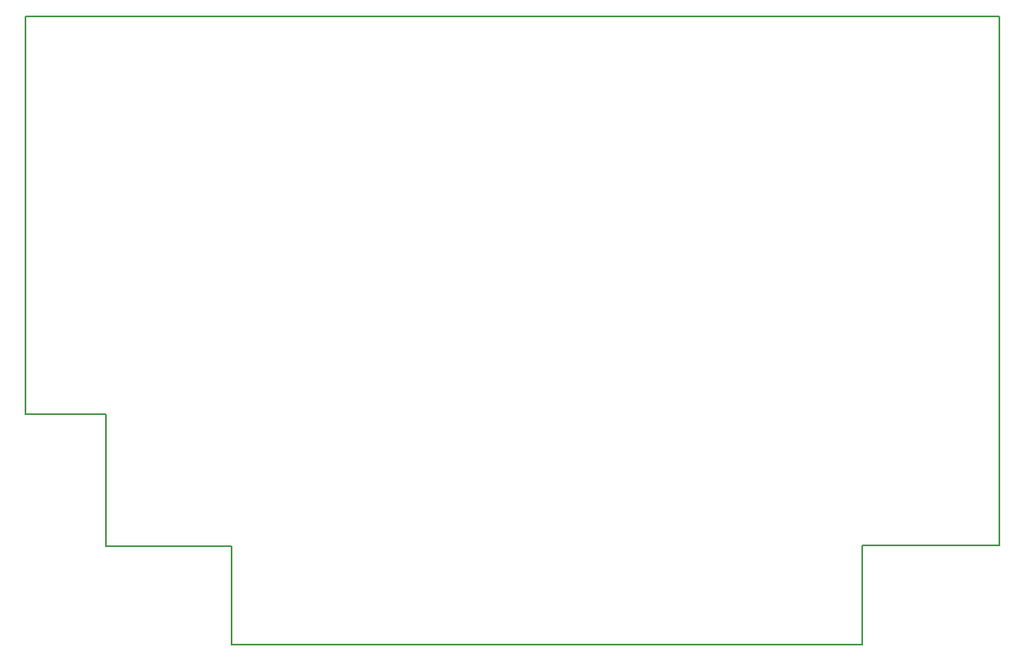
<source format=gko>
G04*
G04  File:            SD-MAPPER-FINAL_VERSION.GML, Wed Oct 15 21:18:23 2014*
G04  Source:          P-CAD 2002 PCB (6/400) TRIAL VERSION - 1 days left, Version 17.01.22, (E:\Eletro\PCAD-PCI\SD-Mapper\SD-Mapper-final_version.PCB)*
G04  Format:          Gerber Format (RS-274-D), ASCII*
G04*
G04  Format Options:  Absolute Positioning*
G04                   Leading-Zero Suppression*
G04                   Scale Factor 1:1*
G04                   NO Circular Interpolation*
G04                   Inch Units*
G04                   Numeric Format: 4.4 (XXXX.XXXX)*
G04                   G54 NOT Used for Aperture Change*
G04                   Apertures Embedded*
G04*
G04  File Options:    Offset = (0.0mil,0.0mil)*
G04                   Drill Symbol Size = 80.0mil*
G04                   No Pad/Via Holes*
G04*
G04  File Contents:   No Pads*
G04                   No Vias*
G04                   No Designators*
G04                   No Types*
G04                   No Values*
G04                   No Drill Symbols*
G04                   Board*
G04*
%INSD-MAPPER-FINAL_VERSION.GML*%
%ICAS*%
%MOIN*%
G04*
G04  Aperture MACROs for general use --- invoked via D-code assignment *
G04*
G04  General MACRO for flashed round with rotation and/or offset hole *
%AMROTOFFROUND*
1,1,$1,0.0000,0.0000*
1,0,$2,$3,$4*%
G04*
G04  General MACRO for flashed oval (obround) with rotation and/or offset hole *
%AMROTOFFOVAL*
21,1,$1,$2,0.0000,0.0000,$3*
1,1,$4,$5,$6*
1,1,$4,0-$5,0-$6*
1,0,$7,$8,$9*%
G04*
G04  General MACRO for flashed oval (obround) with rotation and no hole *
%AMROTOVALNOHOLE*
21,1,$1,$2,0.0000,0.0000,$3*
1,1,$4,$5,$6*
1,1,$4,0-$5,0-$6*%
G04*
G04  General MACRO for flashed rectangle with rotation and/or offset hole *
%AMROTOFFRECT*
21,1,$1,$2,0.0000,0.0000,$3*
1,0,$4,$5,$6*%
G04*
G04  General MACRO for flashed rectangle with rotation and no hole *
%AMROTRECTNOHOLE*
21,1,$1,$2,0.0000,0.0000,$3*%
G04*
G04  General MACRO for flashed rounded-rectangle *
%AMROUNDRECT*
21,1,$1,$2-$4,0.0000,0.0000,$3*
21,1,$1-$4,$2,0.0000,0.0000,$3*
1,1,$4,$5,$6*
1,1,$4,$7,$8*
1,1,$4,0-$5,0-$6*
1,1,$4,0-$7,0-$8*
1,0,$9,$10,$11*%
G04*
G04  General MACRO for flashed rounded-rectangle with rotation and no hole *
%AMROUNDRECTNOHOLE*
21,1,$1,$2-$4,0.0000,0.0000,$3*
21,1,$1-$4,$2,0.0000,0.0000,$3*
1,1,$4,$5,$6*
1,1,$4,$7,$8*
1,1,$4,0-$5,0-$6*
1,1,$4,0-$7,0-$8*%
G04*
G04  General MACRO for flashed regular polygon *
%AMREGPOLY*
5,1,$1,0.0000,0.0000,$2,$3+$4*
1,0,$5,$6,$7*%
G04*
G04  General MACRO for flashed regular polygon with no hole *
%AMREGPOLYNOHOLE*
5,1,$1,0.0000,0.0000,$2,$3+$4*%
G04*
G04  General MACRO for target *
%AMTARGET*
6,0,0,$1,$2,$3,4,$4,$5,$6*%
G04*
G04  General MACRO for mounting hole *
%AMMTHOLE*
1,1,$1,0,0*
1,0,$2,0,0*
$1=$1-$2*
$1=$1/2*
21,1,$2+$1,$3,0,0,$4*
21,1,$3,$2+$1,0,0,$4*%
G04*
G04*
G04  D10 : "Ellipse X10.0mil Y10.0mil H0.0mil 0.0deg (0.0mil,0.0mil) Draw"*
G04  Disc: OuterDia=0.0100*
%ADD10C, 0.0100*%
G04  D11 : "Ellipse X12.0mil Y12.0mil H0.0mil 0.0deg (0.0mil,0.0mil) Draw"*
G04  Disc: OuterDia=0.0120*
%ADD11C, 0.0120*%
G04  D12 : "Ellipse X14.0mil Y14.0mil H0.0mil 0.0deg (0.0mil,0.0mil) Draw"*
G04  Disc: OuterDia=0.0140*
%ADD12C, 0.0140*%
G04  D13 : "Ellipse X15.0mil Y15.0mil H0.0mil 0.0deg (0.0mil,0.0mil) Draw"*
G04  Disc: OuterDia=0.0150*
%ADD13C, 0.0150*%
G04  D14 : "Ellipse X17.0mil Y17.0mil H0.0mil 0.0deg (0.0mil,0.0mil) Draw"*
G04  Disc: OuterDia=0.0170*
%ADD14C, 0.0170*%
G04  D15 : "Ellipse X18.0mil Y18.0mil H0.0mil 0.0deg (0.0mil,0.0mil) Draw"*
G04  Disc: OuterDia=0.0180*
%ADD15C, 0.0180*%
G04  D16 : "Ellipse X2.0mil Y2.0mil H0.0mil 0.0deg (0.0mil,0.0mil) Draw"*
G04  Disc: OuterDia=0.0020*
%ADD16C, 0.0020*%
G04  D17 : "Ellipse X20.0mil Y20.0mil H0.0mil 0.0deg (0.0mil,0.0mil) Draw"*
G04  Disc: OuterDia=0.0200*
%ADD17C, 0.0200*%
G04  D18 : "Ellipse X22.0mil Y22.0mil H0.0mil 0.0deg (0.0mil,0.0mil) Draw"*
G04  Disc: OuterDia=0.0220*
%ADD18C, 0.0220*%
G04  D19 : "Ellipse X24.0mil Y24.0mil H0.0mil 0.0deg (0.0mil,0.0mil) Draw"*
G04  Disc: OuterDia=0.0240*
%ADD19C, 0.0240*%
G04  D20 : "Ellipse X26.0mil Y26.0mil H0.0mil 0.0deg (0.0mil,0.0mil) Draw"*
G04  Disc: OuterDia=0.0260*
%ADD20C, 0.0260*%
G04  D21 : "Ellipse X34.0mil Y34.0mil H0.0mil 0.0deg (0.0mil,0.0mil) Draw"*
G04  Disc: OuterDia=0.0340*
%ADD21C, 0.0340*%
G04  D22 : "Ellipse X35.0mil Y35.0mil H0.0mil 0.0deg (0.0mil,0.0mil) Draw"*
G04  Disc: OuterDia=0.0350*
%ADD22C, 0.0350*%
G04  D23 : "Ellipse X40.0mil Y40.0mil H0.0mil 0.0deg (0.0mil,0.0mil) Draw"*
G04  Disc: OuterDia=0.0400*
%ADD23C, 0.0400*%
G04  D24 : "Ellipse X45.0mil Y45.0mil H0.0mil 0.0deg (0.0mil,0.0mil) Draw"*
G04  Disc: OuterDia=0.0450*
%ADD24C, 0.0450*%
G04  D25 : "Ellipse X8.0mil Y8.0mil H0.0mil 0.0deg (0.0mil,0.0mil) Draw"*
G04  Disc: OuterDia=0.0080*
%ADD25C, 0.0080*%
G04  D26 : "Ellipse X285.0mil Y285.0mil H0.0mil 0.0deg (0.0mil,0.0mil) Flash"*
G04  Disc: OuterDia=0.2850*
%ADD26C, 0.2850*%
G04  D27 : "Ellipse X59.0mil Y59.0mil H0.0mil 0.0deg (0.0mil,0.0mil) Flash"*
G04  Disc: OuterDia=0.0590*
%ADD27C, 0.0590*%
G04  D28 : "Ellipse X64.0mil Y64.0mil H0.0mil 0.0deg (0.0mil,0.0mil) Flash"*
G04  Disc: OuterDia=0.0640*
%ADD28C, 0.0640*%
G04  D29 : "Ellipse X68.0mil Y68.0mil H0.0mil 0.0deg (0.0mil,0.0mil) Flash"*
G04  Disc: OuterDia=0.0680*
%ADD29C, 0.0680*%
G04  D30 : "Ellipse X79.0mil Y79.0mil H0.0mil 0.0deg (0.0mil,0.0mil) Flash"*
G04  Disc: OuterDia=0.0790*
%ADD30C, 0.0790*%
G04  D31 : "Ellipse X83.0mil Y83.0mil H0.0mil 0.0deg (0.0mil,0.0mil) Flash"*
G04  Disc: OuterDia=0.0830*
%ADD31C, 0.0830*%
G04  D32 : "Mounting Hole X270.0mil Y270.0mil H0.0mil 0.0deg (0.0mil,0.0mil) Flash"*
G04  Mounting Hole: Diameter=0.2700, Rotation=0.0, LineWidth=0.0050 *
%ADD32MTHOLE, 0.2700 X0.2500 X0.0050 X0.0*%
G04  D33 : "Mounting Hole X44.0mil Y44.0mil H0.0mil 0.0deg (0.0mil,0.0mil) Flash"*
G04  Mounting Hole: Diameter=0.0440, Rotation=0.0, LineWidth=0.0050 *
%ADD33MTHOLE, 0.0440 X0.0240 X0.0050 X0.0*%
G04  D34 : "Mounting Hole X64.0mil Y64.0mil H0.0mil 0.0deg (0.0mil,0.0mil) Flash"*
G04  Mounting Hole: Diameter=0.0640, Rotation=0.0, LineWidth=0.0050 *
%ADD34MTHOLE, 0.0640 X0.0440 X0.0050 X0.0*%
G04  D35 : "Rounded Rectangle X196.9mil Y60.0mil H0.0mil 0.0deg (0.0mil,0.0mil) Flash"*
G04  RoundRct: DimX=0.1969, DimY=0.0600, CornerRad=0.0150, Rotation=0.0, OffsetX=0.0000, OffsetY=0.0000, HoleDia=0.0000 *
%ADD35ROUNDRECTNOHOLE, 0.1969 X0.0600 X0.0 X0.0300 X-0.0834 X-0.0150 X-0.0834 X0.0150*%
G04  D36 : "Rounded Rectangle X60.0mil Y350.0mil H0.0mil 0.0deg (0.0mil,0.0mil) Flash"*
G04  RoundRct: DimX=0.0600, DimY=0.3500, CornerRad=0.0150, Rotation=0.0, OffsetX=0.0000, OffsetY=0.0000, HoleDia=0.0000 *
%ADD36ROUNDRECTNOHOLE, 0.0600 X0.3500 X0.0 X0.0300 X-0.0150 X-0.1600 X-0.0150 X0.1600*%
G04  D37 : "Rounded Rectangle X60.0mil Y380.0mil H0.0mil 0.0deg (0.0mil,0.0mil) Flash"*
G04  RoundRct: DimX=0.0600, DimY=0.3800, CornerRad=0.0150, Rotation=0.0, OffsetX=0.0000, OffsetY=0.0000, HoleDia=0.0000 *
%ADD37ROUNDRECTNOHOLE, 0.0600 X0.3800 X0.0 X0.0300 X-0.0150 X-0.1750 X-0.0150 X0.1750*%
G04  D38 : "Rounded Rectangle X64.0mil Y64.0mil H0.0mil 0.0deg (0.0mil,0.0mil) Flash"*
G04  RoundRct: DimX=0.0640, DimY=0.0640, CornerRad=0.0160, Rotation=0.0, OffsetX=0.0000, OffsetY=0.0000, HoleDia=0.0000 *
%ADD38ROUNDRECTNOHOLE, 0.0640 X0.0640 X0.0 X0.0320 X-0.0160 X-0.0160 X-0.0160 X0.0160*%
G04  D39 : "Rounded Rectangle X211.9mil Y75.0mil H0.0mil 0.0deg (0.0mil,0.0mil) Flash"*
G04  RoundRct: DimX=0.2119, DimY=0.0750, CornerRad=0.0187, Rotation=0.0, OffsetX=0.0000, OffsetY=0.0000, HoleDia=0.0000 *
%ADD39ROUNDRECTNOHOLE, 0.2119 X0.0750 X0.0 X0.0375 X-0.0872 X-0.0187 X-0.0872 X0.0187*%
G04  D40 : "Rounded Rectangle X75.0mil Y365.0mil H0.0mil 0.0deg (0.0mil,0.0mil) Flash"*
G04  RoundRct: DimX=0.0750, DimY=0.3650, CornerRad=0.0187, Rotation=0.0, OffsetX=0.0000, OffsetY=0.0000, HoleDia=0.0000 *
%ADD40ROUNDRECTNOHOLE, 0.0750 X0.3650 X0.0 X0.0375 X-0.0187 X-0.1638 X-0.0187 X0.1638*%
G04  D41 : "Rounded Rectangle X75.0mil Y395.0mil H0.0mil 0.0deg (0.0mil,0.0mil) Flash"*
G04  RoundRct: DimX=0.0750, DimY=0.3950, CornerRad=0.0187, Rotation=0.0, OffsetX=0.0000, OffsetY=0.0000, HoleDia=0.0000 *
%ADD41ROUNDRECTNOHOLE, 0.0750 X0.3950 X0.0 X0.0375 X-0.0187 X-0.1788 X-0.0187 X0.1788*%
G04  D42 : "Rounded Rectangle X78.0mil Y78.0mil H0.0mil 0.0deg (0.0mil,0.0mil) Flash"*
G04  RoundRct: DimX=0.0780, DimY=0.0780, CornerRad=0.0195, Rotation=0.0, OffsetX=0.0000, OffsetY=0.0000, HoleDia=0.0000 *
%ADD42ROUNDRECTNOHOLE, 0.0780 X0.0780 X0.0 X0.0390 X-0.0195 X-0.0195 X-0.0195 X0.0195*%
G04  D43 : "Rounded Rectangle X79.0mil Y79.0mil H0.0mil 0.0deg (0.0mil,0.0mil) Flash"*
G04  RoundRct: DimX=0.0790, DimY=0.0790, CornerRad=0.0198, Rotation=0.0, OffsetX=0.0000, OffsetY=0.0000, HoleDia=0.0000 *
%ADD43ROUNDRECTNOHOLE, 0.0790 X0.0790 X0.0 X0.0395 X-0.0198 X-0.0198 X-0.0198 X0.0198*%
G04  D44 : "Rounded Rectangle X93.0mil Y93.0mil H0.0mil 0.0deg (0.0mil,0.0mil) Flash"*
G04  RoundRct: DimX=0.0930, DimY=0.0930, CornerRad=0.0233, Rotation=0.0, OffsetX=0.0000, OffsetY=0.0000, HoleDia=0.0000 *
%ADD44ROUNDRECTNOHOLE, 0.0930 X0.0930 X0.0 X0.0465 X-0.0233 X-0.0233 X-0.0233 X0.0233*%
G04  D45 : "Rectangle X11.8mil Y63.0mil H0.0mil 0.0deg (0.0mil,0.0mil) Flash"*
G04  Rectangular: DimX=0.0118, DimY=0.0630, Rotation=0.0, OffsetX=0.0000, OffsetY=0.0000, HoleDia=0.0000 *
%ADD45R, 0.0118 X0.0630*%
G04  D46 : "Rectangle X63.0mil Y11.8mil H0.0mil 0.0deg (0.0mil,0.0mil) Flash"*
G04  Rectangular: DimX=0.0630, DimY=0.0118, Rotation=0.0, OffsetX=0.0000, OffsetY=0.0000, HoleDia=0.0000 *
%ADD46R, 0.0630 X0.0118*%
G04  D47 : "Rectangle X141.7mil Y86.6mil H0.0mil 0.0deg (0.0mil,0.0mil) Flash"*
G04  Rectangular: DimX=0.1417, DimY=0.0866, Rotation=0.0, OffsetX=0.0000, OffsetY=0.0000, HoleDia=0.0000 *
%ADD47R, 0.1417 X0.0866*%
G04  D48 : "Rectangle X156.7mil Y101.6mil H0.0mil 0.0deg (0.0mil,0.0mil) Flash"*
G04  Rectangular: DimX=0.1567, DimY=0.1016, Rotation=0.0, OffsetX=0.0000, OffsetY=0.0000, HoleDia=0.0000 *
%ADD48R, 0.1567 X0.1016*%
G04  D49 : "Rectangle X23.6mil Y78.7mil H0.0mil 0.0deg (0.0mil,0.0mil) Flash"*
G04  Rectangular: DimX=0.0236, DimY=0.0787, Rotation=0.0, OffsetX=0.0000, OffsetY=0.0000, HoleDia=0.0000 *
%ADD49R, 0.0236 X0.0787*%
G04  D50 : "Rectangle X78.7mil Y23.6mil H0.0mil 0.0deg (0.0mil,0.0mil) Flash"*
G04  Rectangular: DimX=0.0787, DimY=0.0236, Rotation=0.0, OffsetX=0.0000, OffsetY=0.0000, HoleDia=0.0000 *
%ADD50R, 0.0787 X0.0236*%
G04  D51 : "Rectangle X23.6mil Y86.6mil H0.0mil 0.0deg (0.0mil,0.0mil) Flash"*
G04  Rectangular: DimX=0.0236, DimY=0.0866, Rotation=0.0, OffsetX=0.0000, OffsetY=0.0000, HoleDia=0.0000 *
%ADD51R, 0.0236 X0.0866*%
G04  D52 : "Rectangle X26.0mil Y60.0mil H0.0mil 0.0deg (0.0mil,0.0mil) Flash"*
G04  Rectangular: DimX=0.0260, DimY=0.0600, Rotation=0.0, OffsetX=0.0000, OffsetY=0.0000, HoleDia=0.0000 *
%ADD52R, 0.0260 X0.0600*%
G04  D53 : "Rectangle X26.8mil Y78.0mil H0.0mil 0.0deg (0.0mil,0.0mil) Flash"*
G04  Rectangular: DimX=0.0268, DimY=0.0780, Rotation=0.0, OffsetX=0.0000, OffsetY=0.0000, HoleDia=0.0000 *
%ADD53R, 0.0268 X0.0780*%
G04  D54 : "Rectangle X78.0mil Y26.8mil H0.0mil 0.0deg (0.0mil,0.0mil) Flash"*
G04  Rectangular: DimX=0.0780, DimY=0.0268, Rotation=0.0, OffsetX=0.0000, OffsetY=0.0000, HoleDia=0.0000 *
%ADD54R, 0.0780 X0.0268*%
G04  D55 : "Rectangle X32.0mil Y32.0mil H0.0mil 0.0deg (0.0mil,0.0mil) Flash"*
G04  Square: Side=0.0320, Rotation=0.0, OffsetX=0.0000, OffsetY=0.0000, HoleDia=0.0000*
%ADD55R, 0.0320 X0.0320*%
G04  D56 : "Rectangle X38.6mil Y101.6mil H0.0mil 0.0deg (0.0mil,0.0mil) Flash"*
G04  Rectangular: DimX=0.0386, DimY=0.1016, Rotation=0.0, OffsetX=0.0000, OffsetY=0.0000, HoleDia=0.0000 *
%ADD56R, 0.0386 X0.1016*%
G04  D57 : "Rectangle X38.6mil Y93.7mil H0.0mil 0.0deg (0.0mil,0.0mil) Flash"*
G04  Rectangular: DimX=0.0386, DimY=0.0937, Rotation=0.0, OffsetX=0.0000, OffsetY=0.0000, HoleDia=0.0000 *
%ADD57R, 0.0386 X0.0937*%
G04  D58 : "Rectangle X93.7mil Y38.6mil H0.0mil 0.0deg (0.0mil,0.0mil) Flash"*
G04  Rectangular: DimX=0.0937, DimY=0.0386, Rotation=0.0, OffsetX=0.0000, OffsetY=0.0000, HoleDia=0.0000 *
%ADD58R, 0.0937 X0.0386*%
G04  D59 : "Rectangle X40.0mil Y60.0mil H0.0mil 0.0deg (0.0mil,0.0mil) Flash"*
G04  Rectangular: DimX=0.0400, DimY=0.0600, Rotation=0.0, OffsetX=0.0000, OffsetY=0.0000, HoleDia=0.0000 *
%ADD59R, 0.0400 X0.0600*%
G04  D60 : "Rectangle X41.0mil Y75.0mil H0.0mil 0.0deg (0.0mil,0.0mil) Flash"*
G04  Rectangular: DimX=0.0410, DimY=0.0750, Rotation=0.0, OffsetX=0.0000, OffsetY=0.0000, HoleDia=0.0000 *
%ADD60R, 0.0410 X0.0750*%
G04  D61 : "Rectangle X47.0mil Y47.0mil H0.0mil 0.0deg (0.0mil,0.0mil) Flash"*
G04  Square: Side=0.0470, Rotation=0.0, OffsetX=0.0000, OffsetY=0.0000, HoleDia=0.0000*
%ADD61R, 0.0470 X0.0470*%
G04  D62 : "Rectangle X47.2mil Y86.6mil H0.0mil 0.0deg (0.0mil,0.0mil) Flash"*
G04  Rectangular: DimX=0.0472, DimY=0.0866, Rotation=0.0, OffsetX=0.0000, OffsetY=0.0000, HoleDia=0.0000 *
%ADD62R, 0.0472 X0.0866*%
G04  D63 : "Rectangle X51.2mil Y59.1mil H0.0mil 0.0deg (0.0mil,0.0mil) Flash"*
G04  Rectangular: DimX=0.0512, DimY=0.0591, Rotation=0.0, OffsetX=0.0000, OffsetY=0.0000, HoleDia=0.0000 *
%ADD63R, 0.0512 X0.0591*%
G04  D64 : "Rectangle X59.1mil Y51.2mil H0.0mil 0.0deg (0.0mil,0.0mil) Flash"*
G04  Rectangular: DimX=0.0591, DimY=0.0512, Rotation=0.0, OffsetX=0.0000, OffsetY=0.0000, HoleDia=0.0000 *
%ADD64R, 0.0591 X0.0512*%
G04  D65 : "Rectangle X55.0mil Y75.0mil H0.0mil 0.0deg (0.0mil,0.0mil) Flash"*
G04  Rectangular: DimX=0.0550, DimY=0.0750, Rotation=0.0, OffsetX=0.0000, OffsetY=0.0000, HoleDia=0.0000 *
%ADD65R, 0.0550 X0.0750*%
G04  D66 : "Rectangle X58.0mil Y110.0mil H0.0mil 0.0deg (0.0mil,0.0mil) Flash"*
G04  Rectangular: DimX=0.0580, DimY=0.1100, Rotation=0.0, OffsetX=0.0000, OffsetY=0.0000, HoleDia=0.0000 *
%ADD66R, 0.0580 X0.1100*%
G04  D67 : "Rectangle X62.2mil Y101.6mil H0.0mil 0.0deg (0.0mil,0.0mil) Flash"*
G04  Rectangular: DimX=0.0622, DimY=0.1016, Rotation=0.0, OffsetX=0.0000, OffsetY=0.0000, HoleDia=0.0000 *
%ADD67R, 0.0622 X0.1016*%
G04  D68 : "Rectangle X66.2mil Y74.1mil H0.0mil 0.0deg (0.0mil,0.0mil) Flash"*
G04  Rectangular: DimX=0.0662, DimY=0.0741, Rotation=0.0, OffsetX=0.0000, OffsetY=0.0000, HoleDia=0.0000 *
%ADD68R, 0.0662 X0.0741*%
G04  D69 : "Rectangle X74.1mil Y66.2mil H0.0mil 0.0deg (0.0mil,0.0mil) Flash"*
G04  Rectangular: DimX=0.0741, DimY=0.0662, Rotation=0.0, OffsetX=0.0000, OffsetY=0.0000, HoleDia=0.0000 *
%ADD69R, 0.0741 X0.0662*%
G04  D70 : "Rectangle X72.0mil Y80.0mil H0.0mil 0.0deg (0.0mil,0.0mil) Flash"*
G04  Rectangular: DimX=0.0720, DimY=0.0800, Rotation=0.0, OffsetX=0.0000, OffsetY=0.0000, HoleDia=0.0000 *
%ADD70R, 0.0720 X0.0800*%
G04  D71 : "Rectangle X73.0mil Y125.0mil H0.0mil 0.0deg (0.0mil,0.0mil) Flash"*
G04  Rectangular: DimX=0.0730, DimY=0.1250, Rotation=0.0, OffsetX=0.0000, OffsetY=0.0000, HoleDia=0.0000 *
%ADD71R, 0.0730 X0.1250*%
G04  D72 : "Rectangle X80.0mil Y110.0mil H0.0mil 0.0deg (0.0mil,0.0mil) Flash"*
G04  Rectangular: DimX=0.0800, DimY=0.1100, Rotation=0.0, OffsetX=0.0000, OffsetY=0.0000, HoleDia=0.0000 *
%ADD72R, 0.0800 X0.1100*%
G04  D73 : "Rectangle X87.0mil Y95.0mil H0.0mil 0.0deg (0.0mil,0.0mil) Flash"*
G04  Rectangular: DimX=0.0870, DimY=0.0950, Rotation=0.0, OffsetX=0.0000, OffsetY=0.0000, HoleDia=0.0000 *
%ADD73R, 0.0870 X0.0950*%
G04  D74 : "Rectangle X95.0mil Y125.0mil H0.0mil 0.0deg (0.0mil,0.0mil) Flash"*
G04  Rectangular: DimX=0.0950, DimY=0.1250, Rotation=0.0, OffsetX=0.0000, OffsetY=0.0000, HoleDia=0.0000 *
%ADD74R, 0.0950 X0.1250*%
G04  D75 : "Ellipse X44.0mil Y44.0mil H0.0mil 0.0deg (0.0mil,0.0mil) Flash"*
G04  Disc: OuterDia=0.0440*
%ADD75C, 0.0440*%
G04*
%FSLAX44Y44*%
%SFA1B1*%
%OFA0.0000B0.0000*%
G04*
G70*
G90*
G01*
D2*
%LNBoard*%
%LPD*%
D25*
X37709Y64289*
Y68279D1*
X63319Y64289D2*
Y68299D1*
X29339Y73629D2*
Y89809D1*
X32599Y68279D2*
Y73629D1*
X68859Y68299D2*
Y89809D1*
X29339Y73629D2*
X32599D1*
X63319Y68299D2*
X68859D1*
X32599Y68279D2*
X37709D1*
Y64289D2*
X63319D1*
X29339Y89809D2*
X68859D1*
D02M02*

</source>
